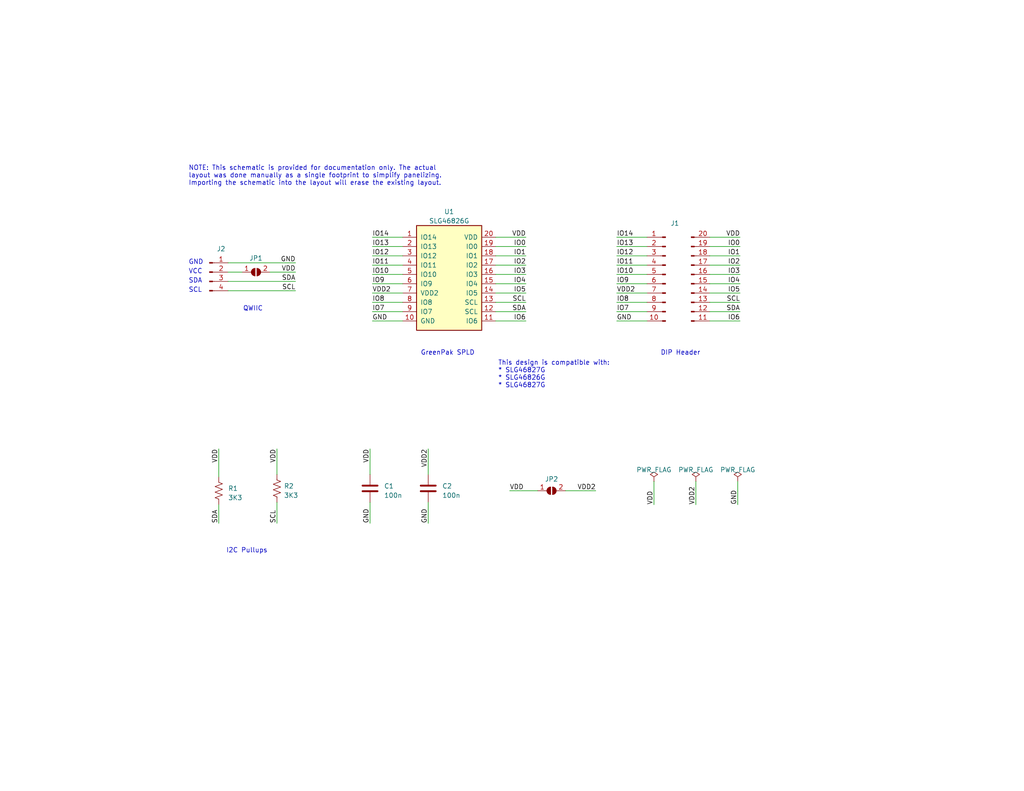
<source format=kicad_sch>
(kicad_sch (version 20230121) (generator eeschema)
  (paper "USLetter")
  (title_block (title "GreenPak TSSOP-20 SMD to DIP Adapter."))
  (lib_symbols
    (symbol "Connector:Conn_01x04_Pin" (pin_names (offset 1.016) hide)
      (property "Reference" "J" (at 0 5.08 0))
      (property "Value" "Conn_01x04_Pin" (at 0 -7.62 0))
      (symbol "Conn_01x04_Pin_1_1"
        (polyline (pts (xy 1.27 -5.08) (xy 0.8636 -5.08)) (stroke (width 0.1524)))
        (polyline (pts (xy 1.27 -2.54) (xy 0.8636 -2.54)) (stroke (width 0.1524)))
        (polyline (pts (xy 1.27 0) (xy 0.8636 0)) (stroke (width 0.1524)))
        (polyline (pts (xy 1.27 2.54) (xy 0.8636 2.54)) (stroke (width 0.1524)))
        (rectangle (start 0.8636 -4.953) (end 0 -5.207) (stroke (width 0.1524)) (fill (type outline)))
        (rectangle (start 0.8636 -2.413) (end 0 -2.667) (stroke (width 0.1524)) (fill (type outline)))
        (rectangle (start 0.8636 0.127) (end 0 -0.127) (stroke (width 0.1524)) (fill (type outline)))
        (rectangle (start 0.8636 2.667) (end 0 2.413) (stroke (width 0.1524)) (fill (type outline)))
        (pin passive line (at 5.08 2.54 180) (length 3.81) (name "Pin_1") (number "1"))
        (pin passive line (at 5.08 0 180) (length 3.81) (name "Pin_2") (number "2"))
        (pin passive line (at 5.08 -2.54 180) (length 3.81) (name "Pin_3") (number "3"))
        (pin passive line (at 5.08 -5.08 180) (length 3.81) (name "Pin_4") (number "4"))
      )
    )
    (symbol "Device:C" (pin_numbers hide) (pin_names (offset 0.254))
      (property "Reference" "C" (at 0.635 2.54 0))
      (property "Value" "C" (at 0.635 -2.54 0))
      (symbol "C_0_1"
        (polyline (pts (xy -2.032 -0.762) (xy 2.032 -0.762)) (stroke (width 0.508)))
        (polyline (pts (xy -2.032 0.762) (xy 2.032 0.762)) (stroke (width 0.508)))
      )
      (symbol "C_1_1"
        (pin passive line (at 0 3.81 270) (length 2.794) (name "~") (number "1"))
        (pin passive line (at 0 -3.81 90) (length 2.794) (name "~") (number "2"))
      )
    )
    (symbol "Device:R_US" (pin_numbers hide) (pin_names (offset 0))
      (property "Reference" "R" (at 2.54 0 90))
      (property "Value" "R_US" (at -2.54 0 90))
      (symbol "R_US_0_1"
        (polyline (pts (xy 0 -2.286) (xy 0 -2.54)))
        (polyline (pts (xy 0 2.286) (xy 0 2.54)))
        (polyline (pts (xy 0 -0.762) (xy 1.016 -1.143) (xy 0 -1.524) (xy -1.016 -1.905) (xy 0 -2.286)))
        (polyline (pts (xy 0 0.762) (xy 1.016 0.381) (xy 0 0) (xy -1.016 -0.381) (xy 0 -0.762)))
        (polyline (pts (xy 0 2.286) (xy 1.016 1.905) (xy 0 1.524) (xy -1.016 1.143) (xy 0 0.762)))
      )
      (symbol "R_US_1_1"
        (pin passive line (at 0 3.81 270) (length 1.27) (name "~") (number "1"))
        (pin passive line (at 0 -3.81 90) (length 1.27) (name "~") (number "2"))
      )
    )
    (symbol "Jumper:SolderJumper_2_Open" (pin_names (offset 0) hide)
      (property "Reference" "JP" (at 0 2.032 0))
      (property "Value" "SolderJumper_2_Open" (at 0 -2.54 0))
      (symbol "SolderJumper_2_Open_0_1"
        (arc (start -0.254 1.016) (mid -1.2656 0) (end -0.254 -1.016))
        (arc (start -0.254 1.016) (mid -1.2656 0) (end -0.254 -1.016) (fill (type outline)))
        (polyline (pts (xy -0.254 1.016) (xy -0.254 -1.016)))
        (polyline (pts (xy 0.254 1.016) (xy 0.254 -1.016)))
        (arc (start 0.254 -1.016) (mid 1.2656 0) (end 0.254 1.016))
        (arc (start 0.254 -1.016) (mid 1.2656 0) (end 0.254 1.016) (fill (type outline)))
      )
      (symbol "SolderJumper_2_Open_1_1"
        (pin passive line (at -3.81 0 0) (length 2.54) (name "A") (number "1"))
        (pin passive line (at 3.81 0 180) (length 2.54) (name "B") (number "2"))
      )
    )
    (symbol "power:PWR_FLAG" (power) (pin_numbers hide) (pin_names (offset 0) hide)
      (property "Value" "PWR_FLAG" (at 0 3.81 0))
      (symbol "PWR_FLAG_0_0"
        (pin power_out line (at 0 0 90) (length 0) (name "pwr") (number "1"))
      )
      (symbol "PWR_FLAG_0_1"
        (polyline (pts (xy 0 0) (xy 0 1.27) (xy -1.016 1.905) (xy 0 2.54) (xy 1.016 1.905) (xy 0 1.27)))
      )
    )
    (symbol "smd_adapters:Conn_2x10_Pin" (pin_names (offset 1.016) hide)
      (property "Reference" "J" (at 3.175 13.97 0))
      (property "Value" "Conn_02x10_Pin" (at 0 -15.24 0))
      (symbol "Conn_2x10_Pin_1_1"
        (rectangle (start -3.81 -11.557) (end -4.6736 -11.303) (stroke (width 0.1524)) (fill (type outline)))
        (rectangle (start -3.81 -9.017) (end -4.6736 -8.763) (stroke (width 0.1524)) (fill (type outline)))
        (rectangle (start -3.81 -6.477) (end -4.6736 -6.223) (stroke (width 0.1524)) (fill (type outline)))
        (rectangle (start -3.81 -3.937) (end -4.6736 -3.683) (stroke (width 0.1524)) (fill (type outline)))
        (rectangle (start -3.81 -1.397) (end -4.6736 -1.143) (stroke (width 0.1524)) (fill (type outline)))
        (rectangle (start -3.81 1.143) (end -4.6736 1.397) (stroke (width 0.1524)) (fill (type outline)))
        (rectangle (start -3.81 3.683) (end -4.6736 3.937) (stroke (width 0.1524)) (fill (type outline)))
        (rectangle (start -3.81 6.223) (end -4.6736 6.477) (stroke (width 0.1524)) (fill (type outline)))
        (rectangle (start -3.81 8.763) (end -4.6736 9.017) (stroke (width 0.1524)) (fill (type outline)))
        (rectangle (start -3.81 11.303) (end -4.6736 11.557) (stroke (width 0.1524)) (fill (type outline)))
        (polyline (pts (xy -5.08 -11.43) (xy -4.6736 -11.43)) (stroke (width 0.1524)))
        (polyline (pts (xy -5.08 -8.89) (xy -4.6736 -8.89)) (stroke (width 0.1524)))
        (polyline (pts (xy -5.08 -6.35) (xy -4.6736 -6.35)) (stroke (width 0.1524)))
        (polyline (pts (xy -5.08 -3.81) (xy -4.6736 -3.81)) (stroke (width 0.1524)))
        (polyline (pts (xy -5.08 -1.27) (xy -4.6736 -1.27)) (stroke (width 0.1524)))
        (polyline (pts (xy -5.08 1.27) (xy -4.6736 1.27)) (stroke (width 0.1524)))
        (polyline (pts (xy -5.08 3.81) (xy -4.6736 3.81)) (stroke (width 0.1524)))
        (polyline (pts (xy -5.08 6.35) (xy -4.6736 6.35)) (stroke (width 0.1524)))
        (polyline (pts (xy -5.08 8.89) (xy -4.6736 8.89)) (stroke (width 0.1524)))
        (polyline (pts (xy -5.08 11.43) (xy -4.6736 11.43)) (stroke (width 0.1524)))
        (polyline (pts (xy 4.445 -11.43) (xy 4.0386 -11.43)) (stroke (width 0.1524)))
        (polyline (pts (xy 4.445 -8.89) (xy 4.0386 -8.89)) (stroke (width 0.1524)))
        (polyline (pts (xy 4.445 -6.35) (xy 4.0386 -6.35)) (stroke (width 0.1524)))
        (polyline (pts (xy 4.445 -3.81) (xy 4.0386 -3.81)) (stroke (width 0.1524)))
        (polyline (pts (xy 4.445 -1.27) (xy 4.0386 -1.27)) (stroke (width 0.1524)))
        (polyline (pts (xy 4.445 1.27) (xy 4.0386 1.27)) (stroke (width 0.1524)))
        (polyline (pts (xy 4.445 3.81) (xy 4.0386 3.81)) (stroke (width 0.1524)))
        (polyline (pts (xy 4.445 6.35) (xy 4.0386 6.35)) (stroke (width 0.1524)))
        (polyline (pts (xy 4.445 8.89) (xy 4.0386 8.89)) (stroke (width 0.1524)))
        (polyline (pts (xy 4.445 11.43) (xy 4.0386 11.43)) (stroke (width 0.1524)))
        (rectangle (start 4.0386 -11.303) (end 3.175 -11.557) (stroke (width 0.1524)) (fill (type outline)))
        (rectangle (start 4.0386 -8.763) (end 3.175 -9.017) (stroke (width 0.1524)) (fill (type outline)))
        (rectangle (start 4.0386 -6.223) (end 3.175 -6.477) (stroke (width 0.1524)) (fill (type outline)))
        (rectangle (start 4.0386 -3.683) (end 3.175 -3.937) (stroke (width 0.1524)) (fill (type outline)))
        (rectangle (start 4.0386 -1.143) (end 3.175 -1.397) (stroke (width 0.1524)) (fill (type outline)))
        (rectangle (start 4.0386 1.397) (end 3.175 1.143) (stroke (width 0.1524)) (fill (type outline)))
        (rectangle (start 4.0386 3.937) (end 3.175 3.683) (stroke (width 0.1524)) (fill (type outline)))
        (rectangle (start 4.0386 6.477) (end 3.175 6.223) (stroke (width 0.1524)) (fill (type outline)))
        (rectangle (start 4.0386 9.017) (end 3.175 8.763) (stroke (width 0.1524)) (fill (type outline)))
        (rectangle (start 4.0386 11.557) (end 3.175 11.303) (stroke (width 0.1524)) (fill (type outline)))
        (pin passive line (at -8.89 11.43 0) (length 3.81) (name "Pin_1") (number "1"))
        (pin passive line (at -8.89 -11.43 0) (length 3.81) (name "Pin_10") (number "10"))
        (pin passive line (at 8.255 -11.43 180) (length 3.81) (name "Pin_11") (number "11"))
        (pin passive line (at 8.255 -8.89 180) (length 3.81) (name "Pin_12") (number "12"))
        (pin passive line (at 8.255 -6.35 180) (length 3.81) (name "Pin_13") (number "13"))
        (pin passive line (at 8.255 -3.81 180) (length 3.81) (name "Pin_14") (number "14"))
        (pin passive line (at 8.255 -1.27 180) (length 3.81) (name "Pin_15") (number "15"))
        (pin passive line (at 8.255 1.27 180) (length 3.81) (name "Pin_16") (number "16"))
        (pin passive line (at 8.255 3.81 180) (length 3.81) (name "Pin_17") (number "17"))
        (pin passive line (at 8.255 6.35 180) (length 3.81) (name "Pin_18") (number "18"))
        (pin passive line (at 8.255 8.89 180) (length 3.81) (name "Pin_19") (number "19"))
        (pin passive line (at -8.89 8.89 0) (length 3.81) (name "Pin_2") (number "2"))
        (pin passive line (at 8.255 11.43 180) (length 3.81) (name "Pin_20") (number "20"))
        (pin passive line (at -8.89 6.35 0) (length 3.81) (name "Pin_3") (number "3"))
        (pin passive line (at -8.89 3.81 0) (length 3.81) (name "Pin_4") (number "4"))
        (pin passive line (at -8.89 1.27 0) (length 3.81) (name "Pin_5") (number "5"))
        (pin passive line (at -8.89 -1.27 0) (length 3.81) (name "Pin_6") (number "6"))
        (pin passive line (at -8.89 -3.81 0) (length 3.81) (name "Pin_7") (number "7"))
        (pin passive line (at -8.89 -6.35 0) (length 3.81) (name "Pin_8") (number "8"))
        (pin passive line (at -8.89 -8.89 0) (length 3.81) (name "Pin_9") (number "9"))
      )
    )
    (symbol "smd_adapters:SLG46826G" (pin_names (offset 1.016))
      (property "Reference" "U" (at 0 20.955 0))
      (property "Value" "SLG46826G" (at 5.715 17.78 0))
      (symbol "SLG46826G_0_1"
        (rectangle (start -8.89 14.605) (end 8.89 -13.97) (stroke (width 0.254)) (fill (type background)))
      )
      (symbol "SLG46826G_1_1"
        (pin tri_state line (at -12.7 11.43 0) (length 3.81) (name "IO14") (number "1"))
        (pin power_in line (at -12.7 -11.43 0) (length 3.81) (name "GND") (number "10"))
        (pin tri_state line (at 12.7 -11.43 180) (length 3.81) (name "IO6") (number "11"))
        (pin tri_state line (at 12.7 -8.89 180) (length 3.81) (name "SCL") (number "12"))
        (pin tri_state line (at 12.7 -6.35 180) (length 3.81) (name "SCL") (number "13"))
        (pin tri_state line (at 12.7 -3.81 180) (length 3.81) (name "IO5") (number "14"))
        (pin tri_state line (at 12.7 -1.27 180) (length 3.81) (name "IO4") (number "15"))
        (pin tri_state line (at 12.7 1.27 180) (length 3.81) (name "IO3") (number "16"))
        (pin tri_state line (at 12.7 3.81 180) (length 3.81) (name "IO2") (number "17"))
        (pin tri_state line (at 12.7 6.35 180) (length 3.81) (name "IO1") (number "18"))
        (pin tri_state line (at 12.7 8.89 180) (length 3.81) (name "IO0") (number "19"))
        (pin tri_state line (at -12.7 8.89 0) (length 3.81) (name "IO13") (number "2"))
        (pin power_in line (at 12.7 11.43 180) (length 3.81) (name "VDD") (number "20"))
        (pin tri_state line (at -12.7 6.35 0) (length 3.81) (name "IO12") (number "3"))
        (pin tri_state line (at -12.7 3.81 0) (length 3.81) (name "IO11") (number "4"))
        (pin tri_state line (at -12.7 1.27 0) (length 3.81) (name "IO10") (number "5"))
        (pin tri_state line (at -12.7 -1.27 0) (length 3.81) (name "IO9") (number "6"))
        (pin power_in line (at -12.7 -3.81 0) (length 3.81) (name "VDD2") (number "7"))
        (pin tri_state line (at -12.7 -6.35 0) (length 3.81) (name "IO8") (number "8"))
        (pin tri_state line (at -12.7 -8.89 0) (length 3.81) (name "IO7") (number "9"))
      )
    )
  )
  (wire (pts (xy 62.23 76.835) (xy 80.645 76.835)))
  (wire (pts (xy 168.275 69.85) (xy 176.53 69.85)))
  (wire (pts (xy 73.66 74.295) (xy 80.645 74.295)))
  (wire (pts (xy 168.275 74.93) (xy 176.53 74.93)))
  (wire (pts (xy 143.51 87.63) (xy 135.255 87.63)))
  (wire (pts (xy 201.93 77.47) (xy 193.675 77.47)))
  (wire (pts (xy 62.23 79.375) (xy 80.645 79.375)))
  (wire (pts (xy 101.6 64.77) (xy 109.855 64.77)))
  (wire (pts (xy 168.275 80.01) (xy 176.53 80.01)))
  (wire (pts (xy 201.93 87.63) (xy 193.675 87.63)))
  (wire (pts (xy 201.93 85.09) (xy 193.675 85.09)))
  (wire (pts (xy 168.275 72.39) (xy 176.53 72.39)))
  (wire (pts (xy 100.965 129.54) (xy 100.965 122.555)))
  (wire (pts (xy 101.6 74.93) (xy 109.855 74.93)))
  (wire (pts (xy 101.6 67.31) (xy 109.855 67.31)))
  (wire (pts (xy 101.6 72.39) (xy 109.855 72.39)))
  (wire (pts (xy 143.51 64.77) (xy 135.255 64.77)))
  (wire (pts (xy 201.93 67.31) (xy 193.675 67.31)))
  (wire (pts (xy 101.6 80.01) (xy 109.855 80.01)))
  (wire (pts (xy 168.275 85.09) (xy 176.53 85.09)))
  (wire (pts (xy 201.93 69.85) (xy 193.675 69.85)))
  (wire (pts (xy 168.275 87.63) (xy 176.53 87.63)))
  (wire (pts (xy 154.305 133.985) (xy 162.56 133.985)))
  (wire (pts (xy 62.23 74.295) (xy 66.04 74.295)))
  (wire (pts (xy 101.6 69.85) (xy 109.855 69.85)))
  (wire (pts (xy 143.51 85.09) (xy 135.255 85.09)))
  (wire (pts (xy 201.93 80.01) (xy 193.675 80.01)))
  (wire (pts (xy 62.23 71.755) (xy 80.645 71.755)))
  (wire (pts (xy 143.51 72.39) (xy 135.255 72.39)))
  (wire (pts (xy 168.275 67.31) (xy 176.53 67.31)))
  (wire (pts (xy 201.93 74.93) (xy 193.675 74.93)))
  (wire (pts (xy 201.295 131.445) (xy 201.295 137.795)))
  (wire (pts (xy 75.565 137.16) (xy 75.565 142.875)))
  (wire (pts (xy 143.51 69.85) (xy 135.255 69.85)))
  (wire (pts (xy 143.51 67.31) (xy 135.255 67.31)))
  (wire (pts (xy 101.6 87.63) (xy 109.855 87.63)))
  (wire (pts (xy 101.6 85.09) (xy 109.855 85.09)))
  (wire (pts (xy 100.965 137.16) (xy 100.965 142.875)))
  (wire (pts (xy 143.51 82.55) (xy 135.255 82.55)))
  (wire (pts (xy 201.93 64.77) (xy 193.675 64.77)))
  (wire (pts (xy 201.93 72.39) (xy 193.675 72.39)))
  (wire (pts (xy 189.865 131.445) (xy 189.865 137.795)))
  (wire (pts (xy 101.6 82.55) (xy 109.855 82.55)))
  (wire (pts (xy 139.065 133.985) (xy 146.685 133.985)))
  (wire (pts (xy 116.84 122.555) (xy 116.84 129.54)))
  (wire (pts (xy 59.69 137.795) (xy 59.69 142.875)))
  (wire (pts (xy 101.6 77.47) (xy 109.855 77.47)))
  (wire (pts (xy 168.275 82.55) (xy 176.53 82.55)))
  (wire (pts (xy 59.69 122.555) (xy 59.69 130.175)))
  (wire (pts (xy 178.435 131.445) (xy 178.435 137.795)))
  (wire (pts (xy 143.51 80.01) (xy 135.255 80.01)))
  (wire (pts (xy 75.565 122.555) (xy 75.565 129.54)))
  (wire (pts (xy 116.84 137.16) (xy 116.84 142.875)))
  (wire (pts (xy 143.51 77.47) (xy 135.255 77.47)))
  (wire (pts (xy 168.275 64.77) (xy 176.53 64.77)))
  (wire (pts (xy 201.93 82.55) (xy 193.675 82.55)))
  (wire (pts (xy 168.275 77.47) (xy 176.53 77.47)))
  (wire (pts (xy 143.51 74.93) (xy 135.255 74.93)))
  (text "GND" (at 51.435 72.39 0) (effects (font (size 1.27 1.27)) (justify left bottom)))
  (text "I2C Pullups" (at 73.025 151.13 0) (effects (font (size 1.27 1.27)) (justify right bottom)))
  (text "QWIIC" (at 71.755 85.09 0) (effects (font (size 1.27 1.27)) (justify right bottom)))
  (text "SCL" (at 51.435 80.01 0) (effects (font (size 1.27 1.27)) (justify left bottom)))
  (text "NOTE: This schematic is provided for documentation only. The actual\nlayout was done manually as a single footprint to simplify panelizing.\nImporting the schematic into the layout will erase the existing layout." (at 51.435 50.8 0) (effects (font (size 1.27 1.27)) (justify left bottom)))
  (text "VCC" (at 51.435 74.93 0) (effects (font (size 1.27 1.27)) (justify left bottom)))
  (text "GreenPak SPLD" (at 129.54 97.155 0) (effects (font (size 1.27 1.27)) (justify right bottom)))
  (text "SDA" (at 51.435 77.47 0) (effects (font (size 1.27 1.27)) (justify left bottom)))
  (text "This design is compatible with:\n* SLG46827G\n* SLG46826G\n* SLG46827G" (at 135.89 106.045 0) (effects (font (size 1.27 1.27)) (justify left bottom)))
  (text "DIP Header" (at 191.135 97.155 0) (effects (font (size 1.27 1.27)) (justify right bottom)))
  (label "VDD" (at 143.51 64.77 180))
  (label "VDD" (at 59.69 122.555 270))
  (label "IO6" (at 201.93 87.63 180))
  (label "IO1" (at 143.51 69.85 180))
  (label "IO14" (at 101.6 64.77 0))
  (label "IO1" (at 201.93 69.85 180))
  (label "IO6" (at 143.51 87.63 180))
  (label "IO9" (at 168.275 77.47 0))
  (label "IO3" (at 143.51 74.93 180))
  (label "VDD2" (at 168.275 80.01 0))
  (label "IO3" (at 201.93 74.93 180))
  (label "VDD" (at 139.065 133.985 0))
  (label "GND" (at 80.645 71.755 180))
  (label "IO11" (at 168.275 72.39 0))
  (label "SCL" (at 75.565 142.875 90))
  (label "SDA" (at 59.69 142.875 90))
  (label "IO9" (at 101.6 77.47 0))
  (label "IO4" (at 143.51 77.47 180))
  (label "SCL" (at 143.51 82.55 180))
  (label "IO13" (at 168.275 67.31 0))
  (label "IO12" (at 168.275 69.85 0))
  (label "GND" (at 116.84 142.875 90))
  (label "VDD" (at 80.645 74.295 180))
  (label "SCL" (at 201.93 82.55 180))
  (label "VDD2" (at 116.84 122.555 270))
  (label "GND" (at 168.275 87.63 0))
  (label "IO13" (at 101.6 67.31 0))
  (label "GND" (at 100.965 142.875 90))
  (label "IO8" (at 101.6 82.55 0))
  (label "VDD" (at 178.435 137.795 90))
  (label "SDA" (at 80.645 76.835 180))
  (label "GND" (at 201.295 137.795 90))
  (label "VDD" (at 100.965 122.555 270))
  (label "GND" (at 101.6 87.63 0))
  (label "VDD2" (at 162.56 133.985 180))
  (label "VDD" (at 201.93 64.77 180))
  (label "VDD2" (at 189.865 137.795 90))
  (label "IO8" (at 168.275 82.55 0))
  (label "IO12" (at 101.6 69.85 0))
  (label "VDD2" (at 101.6 80.01 0))
  (label "IO2" (at 201.93 72.39 180))
  (label "SDA" (at 201.93 85.09 180))
  (label "IO4" (at 201.93 77.47 180))
  (label "IO0" (at 143.51 67.31 180))
  (label "IO10" (at 168.275 74.93 0))
  (label "SDA" (at 143.51 85.09 180))
  (label "IO10" (at 101.6 74.93 0))
  (label "VDD" (at 75.565 122.555 270))
  (label "IO7" (at 101.6 85.09 0))
  (label "IO11" (at 101.6 72.39 0))
  (label "IO5" (at 201.93 80.01 180))
  (label "IO7" (at 168.275 85.09 0))
  (label "IO14" (at 168.275 64.77 0))
  (label "IO5" (at 143.51 80.01 180))
  (label "SCL" (at 80.645 79.375 180))
  (label "IO0" (at 201.93 67.31 180))
  (label "IO2" (at 143.51 72.39 180))
  (symbol (lib_id "smd_adapters:SLG46826G") (at 122.555 76.2 0) (unit 1)
    (property "Reference" "U1" (at 122.555 57.785 0))
    (property "Value" "SLG46826G" (at 122.555 60.325 0))
    (property "Footprint" "Package_SO:TSSOP-20_4.4x6.5mm_P0.65mm" (effects hide))
  )
  (symbol (lib_id "power:PWR_FLAG") (at 178.435 131.445 0) (unit 1)
    (property "Reference" "#FLG01" (effects hide))
    (property "Value" "PWR_FLAG" (at 178.435 128.27 0))
  )
  (symbol (lib_id "Device:R_US") (at 75.565 133.35 0) (unit 1)
    (property "Reference" "R2" (at 77.47 132.715 0) (effects (justify left)))
    (property "Value" "3K3" (at 77.47 135.255 0) (effects (justify left)))
    (property "Footprint" "Resistor_SMD:R_0603_1608Metric" (effects hide))
  )
  (symbol (lib_id "Jumper:SolderJumper_2_Open") (at 150.495 133.985 0) (unit 1)
    (property "Reference" "JP2" (at 150.495 130.81 0))
    (property "Value" "SolderJumper_2_Open" (effects hide))
    (property "Footprint" "Jumper:SolderJumper-2_P1.3mm_Open_Pad1.0x1.5mm" (effects hide))
  )
  (symbol (lib_id "Jumper:SolderJumper_2_Open") (at 69.85 74.295 0) (unit 1)
    (property "Reference" "JP1" (at 69.85 70.485 0))
    (property "Value" "SolderJumper_2_Open" (effects hide))
    (property "Footprint" "Jumper:SolderJumper-2_P1.3mm_Open_Pad1.0x1.5mm" (effects hide))
  )
  (symbol (lib_id "power:PWR_FLAG") (at 201.295 131.445 0) (unit 1)
    (property "Reference" "#FLG03" (effects hide))
    (property "Value" "PWR_FLAG" (at 201.295 128.27 0))
  )
  (symbol (lib_id "smd_adapters:Conn_2x10_Pin") (at 185.42 76.2 0) (unit 1)
    (property "Reference" "J1" (at 184.15 60.96 0))
    (property "Value" "Conn_02x10_Pin" (effects hide))
    (property "Footprint" "greenpack_smd_adapters:PinHeader_2x20" (effects hide))
  )
  (symbol (lib_id "Device:R_US") (at 59.69 133.985 0) (unit 1)
    (property "Reference" "R1" (at 62.23 133.35 0) (effects (justify left)))
    (property "Value" "3K3" (at 62.23 135.89 0) (effects (justify left)))
    (property "Footprint" "Resistor_SMD:R_0603_1608Metric" (effects hide))
  )
  (symbol (lib_id "power:PWR_FLAG") (at 189.865 131.445 0) (unit 1)
    (property "Reference" "#FLG02" (effects hide))
    (property "Value" "PWR_FLAG" (at 189.865 128.27 0))
  )
  (symbol (lib_id "Device:C") (at 116.84 133.35 0) (unit 1)
    (property "Reference" "C2" (at 120.65 132.715 0) (effects (justify left)))
    (property "Value" "100n" (at 120.65 135.255 0) (effects (justify left)))
    (property "Footprint" "Capacitor_SMD:C_0603_1608Metric" (effects hide))
  )
  (symbol (lib_id "Device:C") (at 100.965 133.35 0) (unit 1)
    (property "Reference" "C1" (at 104.775 132.715 0) (effects (justify left)))
    (property "Value" "100n" (at 104.775 135.255 0) (effects (justify left)))
    (property "Footprint" "Capacitor_SMD:C_0603_1608Metric" (effects hide))
  )
  (symbol (lib_id "Connector:Conn_01x04_Pin") (at 57.15 74.295 0) (unit 1)
    (property "Reference" "J2" (at 60.325 67.945 0))
    (property "Value" "Conn_01x04_Pin" (effects hide))
    (property "Footprint" "Connector_JST:JST_SH_SM04B-SRSS-TB_1x04-1MP_P1.00mm_Horizontal" (effects hide))
  )
)
</source>
